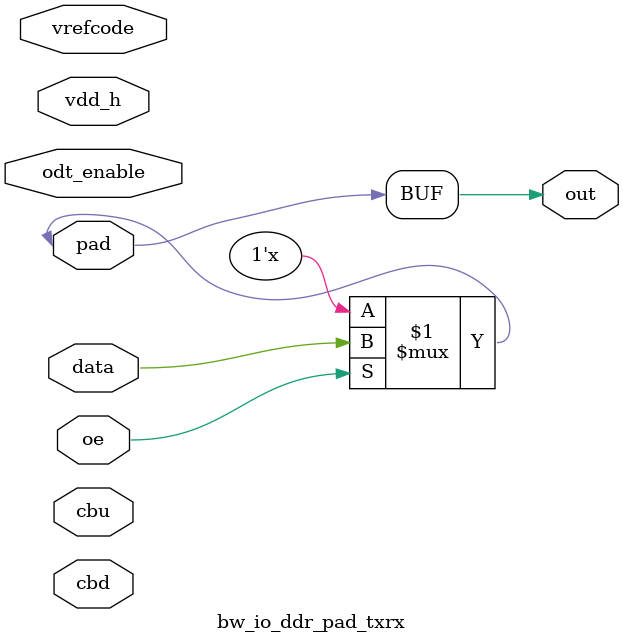
<source format=v>
module bw_io_ddr_pad_txrx(/*AUTOARG*/
   // Outputs
   out, 
   // Inouts
   pad, 
   // Inputs
   vrefcode, vdd_h, cbu, cbd, data, oe, odt_enable
   );

// INPUTS
input [7:0]     vrefcode;       // impedence control bits 
input           odt_enable;    	// ODT control 
input           vdd_h;         	// IO power
input [8:1]     cbu;            // Impedence Control bits for Pullup driver
input [8:1]     cbd;            // Impedence Control bits for Pulldn driver
input           data;        	// Data input to Driver
input           oe;          	// Output tristate control (active high)
// INOUTS
inout           pad;            // Output/Input pad of Driver/Receiver

// OUTPUTS
output          out;            // Receiver output

//////////////////////////
// CODE
//////////////////////////

assign pad = oe ? data : 1'bz;
assign out = pad;

// FIX FOR MAKING INPUT DQS WEAK 0/1 WHEN BUS IS IN "Z" STATE.
//wire pad_in;
//pulldown p1(pad_in); // pulldown by default if no driver
//assign out = (pad === 1'bz) ? pad_in : pad;

endmodule

</source>
